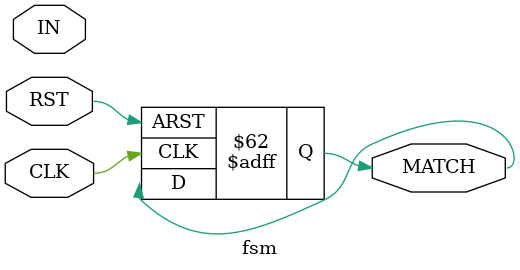
<source format=v>

module fsm (
    input wire CLK,
    input wire RST,
    input wire IN,
    output reg MATCH
);

// Define states for the FSM
parameter S0 = 2'b00;
parameter S1 = 2'b01;
parameter S2 = 2'b10;
parameter S3 = 2'b11;

// Define registers for FSM state and current input
reg [1:0] state_reg, state_next;
reg last_IN;

always @(posedge CLK or posedge RST) begin
    if (RST) begin
        state_reg <= S0;
        MATCH <= 0;
    end
    else begin
        state_reg <= state_next;
    end
end

always @(*) begin
    state_next = state_reg;
    case(state_reg)
        S0: begin
            if (IN) begin
                state_next = S1;
                last_IN = 1;
            end
        end
        S1: begin
            if (!IN) begin
                state_next = S0;
            end
            else begin
                last_IN = 1;
            end
        end
        S2: begin
            if (IN) begin
                state_next = S3;
                last_IN = 1;
            end
        end
        S3: begin
            if (!IN) begin
                state_next = S2;
            end
            else if (last_IN) begin
                MATCH <= 1;
            end
            last_IN = 1;
        end
    endcase
end

endmodule
</source>
